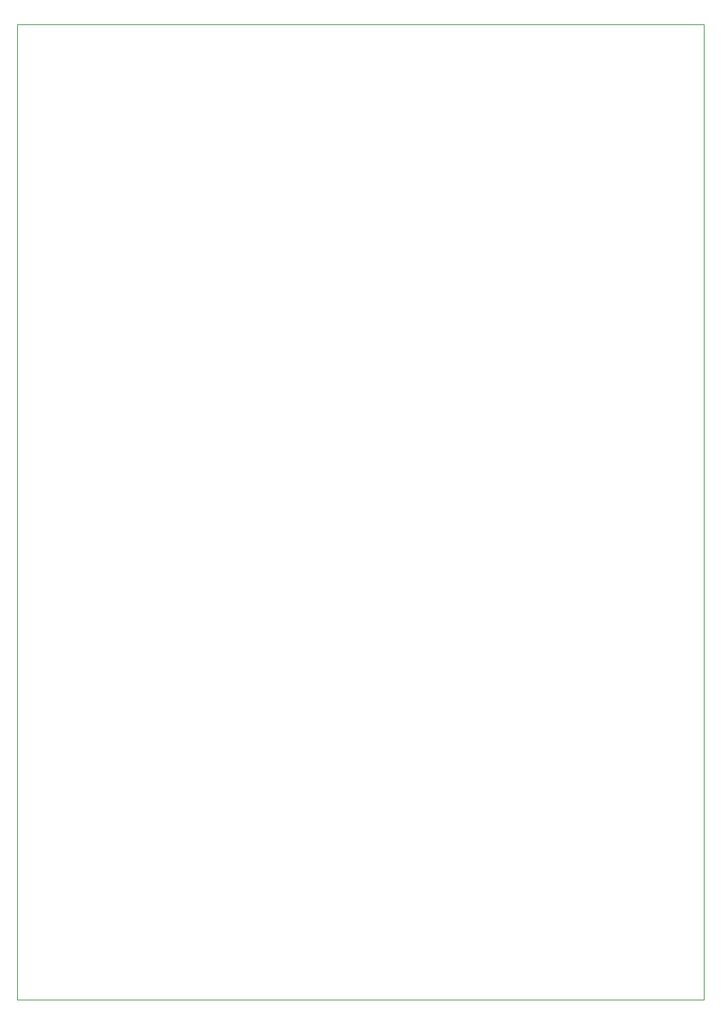
<source format=gbr>
%TF.GenerationSoftware,KiCad,Pcbnew,5.1.9*%
%TF.CreationDate,2021-04-09T15:13:00-03:00*%
%TF.ProjectId,Autito Microcontroladores,41757469-746f-4204-9d69-63726f636f6e,rev?*%
%TF.SameCoordinates,Original*%
%TF.FileFunction,Profile,NP*%
%FSLAX46Y46*%
G04 Gerber Fmt 4.6, Leading zero omitted, Abs format (unit mm)*
G04 Created by KiCad (PCBNEW 5.1.9) date 2021-04-09 15:13:00*
%MOMM*%
%LPD*%
G01*
G04 APERTURE LIST*
%TA.AperFunction,Profile*%
%ADD10C,0.050000*%
%TD*%
G04 APERTURE END LIST*
D10*
X191474600Y-154924000D02*
X191474600Y-39640000D01*
X191474600Y-39640000D02*
X110252000Y-39640000D01*
X110252000Y-154924000D02*
X191474600Y-154924000D01*
X110252000Y-39640000D02*
X110252000Y-154924000D01*
M02*

</source>
